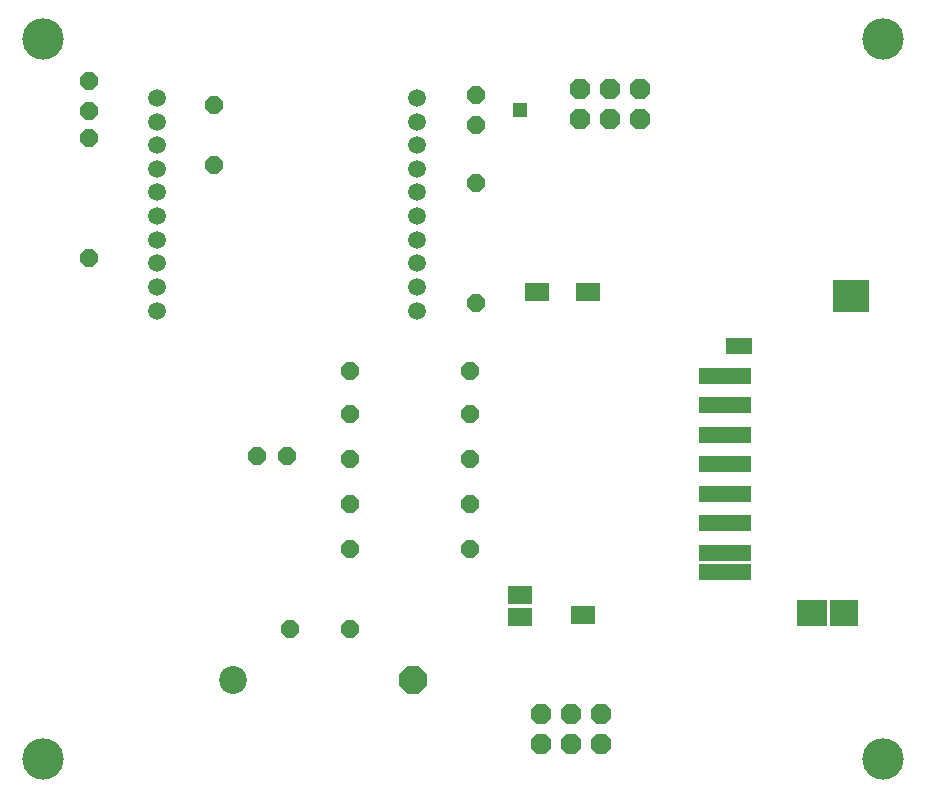
<source format=gts>
G75*
G70*
%OFA0B0*%
%FSLAX24Y24*%
%IPPOS*%
%LPD*%
%AMOC8*
5,1,8,0,0,1.08239X$1,22.5*
%
%ADD10OC8,0.0680*%
%ADD11C,0.0595*%
%ADD12R,0.0946X0.0907*%
%ADD13R,0.1025X0.0907*%
%ADD14R,0.1222X0.1104*%
%ADD15R,0.0828X0.0592*%
%ADD16R,0.0848X0.0631*%
%ADD17R,0.1773X0.0552*%
%ADD18R,0.0867X0.0552*%
%ADD19OC8,0.0600*%
%ADD20C,0.0930*%
%ADD21OC8,0.0930*%
%ADD22C,0.1380*%
%ADD23R,0.0476X0.0476*%
D10*
X017902Y001802D03*
X018902Y001802D03*
X019902Y001802D03*
X019902Y002802D03*
X018902Y002802D03*
X017902Y002802D03*
X019202Y022652D03*
X019202Y023652D03*
X020202Y023652D03*
X020202Y022652D03*
X021202Y022652D03*
X021202Y023652D03*
D11*
X013783Y023346D03*
X013783Y022558D03*
X013783Y021771D03*
X013783Y020983D03*
X013783Y020196D03*
X013783Y019409D03*
X013783Y018621D03*
X013783Y017834D03*
X013783Y017046D03*
X013783Y016259D03*
X005122Y016259D03*
X005122Y017046D03*
X005122Y017834D03*
X005122Y018621D03*
X005122Y019409D03*
X005122Y020196D03*
X005122Y020983D03*
X005122Y021771D03*
X005122Y022558D03*
X005122Y023346D03*
D12*
X028022Y006177D03*
D13*
X026940Y006177D03*
D14*
X028259Y016728D03*
D15*
X019479Y016885D03*
X017767Y016885D03*
X019302Y006098D03*
D16*
X017215Y006059D03*
X017215Y006767D03*
D17*
X024056Y007545D03*
X024056Y008185D03*
X024056Y009169D03*
X024056Y010153D03*
X024056Y011137D03*
X024056Y012122D03*
X024056Y013106D03*
X024056Y014090D03*
D18*
X024509Y015074D03*
D19*
X015752Y016502D03*
X015552Y014252D03*
X015552Y012802D03*
X015552Y011302D03*
X015552Y009802D03*
X015552Y008302D03*
X011552Y008302D03*
X011552Y009802D03*
X011552Y011302D03*
X011552Y012802D03*
X011552Y014252D03*
X009452Y011402D03*
X008452Y011402D03*
X009552Y005652D03*
X011552Y005652D03*
X002852Y018002D03*
X007002Y021102D03*
X007002Y023102D03*
X002852Y022902D03*
X002852Y023902D03*
X002852Y022002D03*
X015752Y022452D03*
X015752Y023452D03*
X015752Y020502D03*
D20*
X007652Y003952D03*
D21*
X013652Y003952D03*
D22*
X001302Y001302D03*
X029302Y001302D03*
X029302Y025302D03*
X001302Y025302D03*
D23*
X017202Y022952D03*
M02*

</source>
